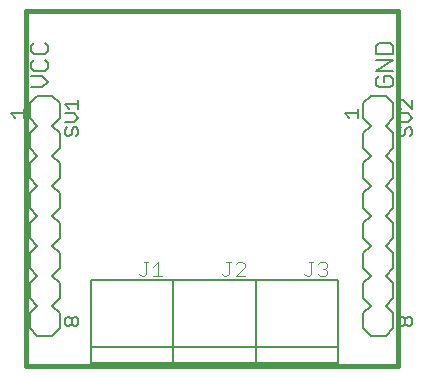
<source format=gto>
G75*
%MOIN*%
%OFA0B0*%
%FSLAX25Y25*%
%IPPOS*%
%LPD*%
%AMOC8*
5,1,8,0,0,1.08239X$1,22.5*
%
%ADD10C,0.01600*%
%ADD11C,0.00500*%
%ADD12C,0.00600*%
%ADD13C,0.00400*%
D10*
X0008250Y0002200D02*
X0008250Y0120310D01*
X0132266Y0120310D01*
X0132266Y0002200D01*
X0008250Y0002200D01*
D11*
X0021997Y0015346D02*
X0022747Y0015346D01*
X0023498Y0016097D01*
X0023498Y0017598D01*
X0024249Y0018349D01*
X0024999Y0018349D01*
X0025750Y0017598D01*
X0025750Y0016097D01*
X0024999Y0015346D01*
X0024249Y0015346D01*
X0023498Y0016097D01*
X0021997Y0015346D02*
X0021246Y0016097D01*
X0021246Y0017598D01*
X0021997Y0018349D01*
X0022747Y0018349D01*
X0023498Y0017598D01*
X0029864Y0008539D02*
X0057423Y0008539D01*
X0057423Y0030586D01*
X0029864Y0030586D01*
X0029864Y0008539D01*
X0029864Y0003027D01*
X0057423Y0003027D01*
X0057423Y0008539D01*
X0057364Y0008539D02*
X0084923Y0008539D01*
X0084923Y0030586D01*
X0057364Y0030586D01*
X0057364Y0008539D01*
X0057364Y0003027D01*
X0084923Y0003027D01*
X0084923Y0008539D01*
X0084864Y0008539D02*
X0112423Y0008539D01*
X0112423Y0030586D01*
X0084864Y0030586D01*
X0084864Y0008539D01*
X0084864Y0003027D01*
X0112423Y0003027D01*
X0112423Y0008539D01*
X0132496Y0016097D02*
X0132496Y0017598D01*
X0133247Y0018349D01*
X0133997Y0018349D01*
X0134748Y0017598D01*
X0134748Y0016097D01*
X0133997Y0015346D01*
X0133247Y0015346D01*
X0132496Y0016097D01*
X0134748Y0016097D02*
X0135499Y0015346D01*
X0136249Y0015346D01*
X0137000Y0016097D01*
X0137000Y0017598D01*
X0136249Y0018349D01*
X0135499Y0018349D01*
X0134748Y0017598D01*
X0133997Y0078638D02*
X0134748Y0079389D01*
X0134748Y0080890D01*
X0135499Y0081641D01*
X0136249Y0081641D01*
X0137000Y0080890D01*
X0137000Y0079389D01*
X0136249Y0078638D01*
X0133997Y0078638D02*
X0133247Y0078638D01*
X0132496Y0079389D01*
X0132496Y0080890D01*
X0133247Y0081641D01*
X0132496Y0083242D02*
X0135499Y0083242D01*
X0137000Y0084743D01*
X0135499Y0086245D01*
X0132496Y0086245D01*
X0133247Y0087846D02*
X0132496Y0088597D01*
X0132496Y0090098D01*
X0133247Y0090849D01*
X0133997Y0090849D01*
X0137000Y0087846D01*
X0137000Y0090849D01*
X0130500Y0095867D02*
X0130500Y0097702D01*
X0129583Y0098620D01*
X0127748Y0098620D01*
X0127748Y0096785D01*
X0129583Y0094950D02*
X0130500Y0095867D01*
X0129583Y0094950D02*
X0125913Y0094950D01*
X0124995Y0095867D01*
X0124995Y0097702D01*
X0125913Y0098620D01*
X0124995Y0100475D02*
X0130500Y0104145D01*
X0124995Y0104145D01*
X0124995Y0105999D02*
X0124995Y0108752D01*
X0125913Y0109669D01*
X0129583Y0109669D01*
X0130500Y0108752D01*
X0130500Y0105999D01*
X0124995Y0105999D01*
X0124995Y0100475D02*
X0130500Y0100475D01*
X0119000Y0087849D02*
X0119000Y0084846D01*
X0119000Y0086347D02*
X0114496Y0086347D01*
X0115997Y0084846D01*
X0025750Y0084743D02*
X0024249Y0086245D01*
X0021246Y0086245D01*
X0022747Y0087846D02*
X0021246Y0089347D01*
X0025750Y0089347D01*
X0025750Y0087846D02*
X0025750Y0090849D01*
X0025750Y0084743D02*
X0024249Y0083242D01*
X0021246Y0083242D01*
X0021997Y0081641D02*
X0021246Y0080890D01*
X0021246Y0079389D01*
X0021997Y0078638D01*
X0022747Y0078638D01*
X0023498Y0079389D01*
X0023498Y0080890D01*
X0024249Y0081641D01*
X0024999Y0081641D01*
X0025750Y0080890D01*
X0025750Y0079389D01*
X0024999Y0078638D01*
X0007750Y0084846D02*
X0007750Y0087849D01*
X0007750Y0086347D02*
X0003246Y0086347D01*
X0004747Y0084846D01*
X0009995Y0094950D02*
X0013665Y0094950D01*
X0015500Y0096785D01*
X0013665Y0098620D01*
X0009995Y0098620D01*
X0010913Y0100475D02*
X0014583Y0100475D01*
X0015500Y0101392D01*
X0015500Y0103227D01*
X0014583Y0104145D01*
X0014583Y0105999D02*
X0015500Y0106917D01*
X0015500Y0108752D01*
X0014583Y0109669D01*
X0014583Y0105999D02*
X0010913Y0105999D01*
X0009995Y0106917D01*
X0009995Y0108752D01*
X0010913Y0109669D01*
X0010913Y0104145D02*
X0009995Y0103227D01*
X0009995Y0101392D01*
X0010913Y0100475D01*
D12*
X0012000Y0092200D02*
X0009500Y0089700D01*
X0009500Y0084700D01*
X0012000Y0082200D01*
X0009500Y0079700D01*
X0009500Y0074700D01*
X0012000Y0072200D01*
X0009500Y0069700D01*
X0009500Y0064700D01*
X0012000Y0062200D01*
X0009500Y0059700D01*
X0009500Y0054700D01*
X0012000Y0052200D01*
X0009500Y0049700D01*
X0009500Y0044700D01*
X0012000Y0042200D01*
X0009500Y0039700D01*
X0009500Y0034700D01*
X0012000Y0032200D01*
X0009500Y0029700D01*
X0009500Y0024700D01*
X0012000Y0022200D01*
X0009500Y0019700D01*
X0009500Y0014700D01*
X0012000Y0012200D01*
X0017000Y0012200D01*
X0019500Y0014700D01*
X0019500Y0019700D01*
X0017000Y0022200D01*
X0019500Y0024700D01*
X0019500Y0029700D01*
X0017000Y0032200D01*
X0019500Y0034700D01*
X0019500Y0039700D01*
X0017000Y0042200D01*
X0019500Y0044700D01*
X0019500Y0049700D01*
X0017000Y0052200D01*
X0019500Y0054700D01*
X0019500Y0059700D01*
X0017000Y0062200D01*
X0019500Y0064700D01*
X0019500Y0069700D01*
X0017000Y0072200D01*
X0019500Y0074700D01*
X0019500Y0079700D01*
X0017000Y0082200D01*
X0019500Y0084700D01*
X0019500Y0089700D01*
X0017000Y0092200D01*
X0012000Y0092200D01*
X0120750Y0089700D02*
X0120750Y0084700D01*
X0123250Y0082200D01*
X0120750Y0079700D01*
X0120750Y0074700D01*
X0123250Y0072200D01*
X0120750Y0069700D01*
X0120750Y0064700D01*
X0123250Y0062200D01*
X0120750Y0059700D01*
X0120750Y0054700D01*
X0123250Y0052200D01*
X0120750Y0049700D01*
X0120750Y0044700D01*
X0123250Y0042200D01*
X0120750Y0039700D01*
X0120750Y0034700D01*
X0123250Y0032200D01*
X0120750Y0029700D01*
X0120750Y0024700D01*
X0123250Y0022200D01*
X0120750Y0019700D01*
X0120750Y0014700D01*
X0123250Y0012200D01*
X0128250Y0012200D01*
X0130750Y0014700D01*
X0130750Y0019700D01*
X0128250Y0022200D01*
X0130750Y0024700D01*
X0130750Y0029700D01*
X0128250Y0032200D01*
X0130750Y0034700D01*
X0130750Y0039700D01*
X0128250Y0042200D01*
X0130750Y0044700D01*
X0130750Y0049700D01*
X0128250Y0052200D01*
X0130750Y0054700D01*
X0130750Y0059700D01*
X0128250Y0062200D01*
X0130750Y0064700D01*
X0130750Y0069700D01*
X0128250Y0072200D01*
X0130750Y0074700D01*
X0130750Y0079700D01*
X0128250Y0082200D01*
X0130750Y0084700D01*
X0130750Y0089700D01*
X0128250Y0092200D01*
X0123250Y0092200D01*
X0120750Y0089700D01*
D13*
X0107959Y0036689D02*
X0106424Y0036689D01*
X0105657Y0035922D01*
X0104122Y0036689D02*
X0102588Y0036689D01*
X0103355Y0036689D02*
X0103355Y0032852D01*
X0102588Y0032085D01*
X0101820Y0032085D01*
X0101053Y0032852D01*
X0105657Y0032852D02*
X0106424Y0032085D01*
X0107959Y0032085D01*
X0108726Y0032852D01*
X0108726Y0033620D01*
X0107959Y0034387D01*
X0107192Y0034387D01*
X0107959Y0034387D02*
X0108726Y0035154D01*
X0108726Y0035922D01*
X0107959Y0036689D01*
X0081226Y0035922D02*
X0080459Y0036689D01*
X0078924Y0036689D01*
X0078157Y0035922D01*
X0076622Y0036689D02*
X0075088Y0036689D01*
X0075855Y0036689D02*
X0075855Y0032852D01*
X0075088Y0032085D01*
X0074320Y0032085D01*
X0073553Y0032852D01*
X0078157Y0032085D02*
X0081226Y0035154D01*
X0081226Y0035922D01*
X0081226Y0032085D02*
X0078157Y0032085D01*
X0053726Y0032085D02*
X0050657Y0032085D01*
X0052192Y0032085D02*
X0052192Y0036689D01*
X0050657Y0035154D01*
X0049122Y0036689D02*
X0047588Y0036689D01*
X0048355Y0036689D02*
X0048355Y0032852D01*
X0047588Y0032085D01*
X0046820Y0032085D01*
X0046053Y0032852D01*
M02*

</source>
